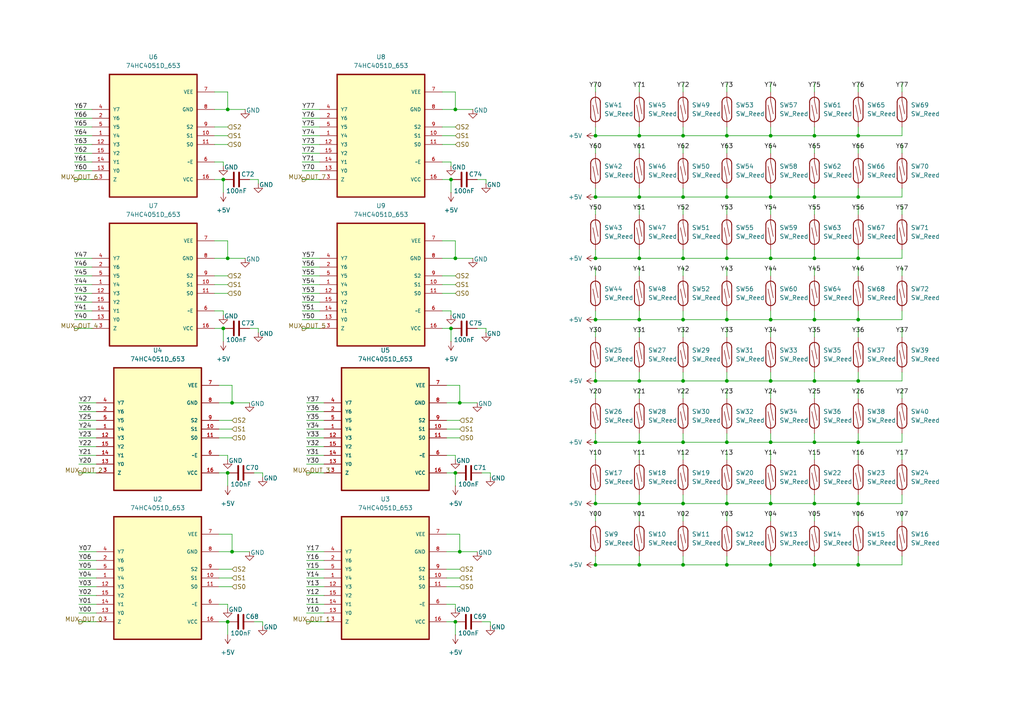
<source format=kicad_sch>
(kicad_sch (version 20250114) (generator "eeschema") (generator_version "9.0")
  (paper "A4")
  (junction (at 210.82 110.49))
  (junction (at 248.92 57.15))
  (junction (at 185.42 128.27))
  (junction (at 248.92 146.05))
  (junction (at 185.42 92.71))
  (junction (at 236.22 110.49))
  (junction (at 210.82 146.05))
  (junction (at 66.04 31.75))
  (junction (at 132.08 74.93))
  (junction (at 133.35 160.02))
  (junction (at 236.22 74.93))
  (junction (at 223.52 163.83))
  (junction (at 210.82 163.83))
  (junction (at 133.35 116.84))
  (junction (at 236.22 146.05))
  (junction (at 236.22 39.37))
  (junction (at 66.04 137.16))
  (junction (at 248.92 92.71))
  (junction (at 223.52 57.15))
  (junction (at 210.82 39.37))
  (junction (at 223.52 146.05))
  (junction (at 132.08 137.16))
  (junction (at 248.92 128.27))
  (junction (at 248.92 110.49))
  (junction (at 223.52 74.93))
  (junction (at 130.81 95.25))
  (junction (at 223.52 39.37))
  (junction (at 185.42 110.49))
  (junction (at 198.12 92.71))
  (junction (at 172.72 92.71))
  (junction (at 132.08 31.75))
  (junction (at 66.04 180.34))
  (junction (at 172.72 74.93))
  (junction (at 198.12 128.27))
  (junction (at 172.72 39.37))
  (junction (at 172.72 146.05))
  (junction (at 198.12 163.83))
  (junction (at 172.72 128.27))
  (junction (at 236.22 57.15))
  (junction (at 172.72 110.49))
  (junction (at 64.77 52.07))
  (junction (at 67.31 160.02))
  (junction (at 185.42 74.93))
  (junction (at 198.12 74.93))
  (junction (at 210.82 128.27))
  (junction (at 223.52 128.27))
  (junction (at 198.12 57.15))
  (junction (at 185.42 57.15))
  (junction (at 185.42 39.37))
  (junction (at 198.12 146.05))
  (junction (at 198.12 110.49))
  (junction (at 210.82 74.93))
  (junction (at 223.52 110.49))
  (junction (at 67.31 116.84))
  (junction (at 198.12 39.37))
  (junction (at 210.82 57.15))
  (junction (at 248.92 163.83))
  (junction (at 223.52 92.71))
  (junction (at 236.22 92.71))
  (junction (at 210.82 92.71))
  (junction (at 66.04 74.93))
  (junction (at 236.22 163.83))
  (junction (at 172.72 163.83))
  (junction (at 172.72 57.15))
  (junction (at 248.92 74.93))
  (junction (at 64.77 95.25))
  (junction (at 248.92 39.37))
  (junction (at 185.42 146.05))
  (junction (at 185.42 163.83))
  (junction (at 236.22 128.27))
  (junction (at 130.81 52.07))
  (junction (at 132.08 180.34))
  (wire (pts (xy 198.12 107.95) (xy 198.12 110.49)))
  (wire (pts (xy 172.72 146.05) (xy 185.42 146.05)))
  (wire (pts (xy 185.42 148.59) (xy 185.42 151.13)))
  (wire (pts (xy 88.9 170.18) (xy 93.98 170.18)))
  (wire (pts (xy 236.22 24.13) (xy 236.22 26.67)))
  (wire (pts (xy 223.52 57.15) (xy 236.22 57.15)))
  (wire (pts (xy 22.86 167.64) (xy 27.94 167.64)))
  (wire (pts (xy 67.31 154.94) (xy 67.31 160.02)))
  (wire (pts (xy 210.82 128.27) (xy 223.52 128.27)))
  (wire (pts (xy 198.12 36.83) (xy 198.12 39.37)))
  (wire (pts (xy 210.82 95.25) (xy 210.82 97.79)))
  (wire (pts (xy 261.62 77.47) (xy 261.62 80.01)))
  (wire (pts (xy 172.72 54.61) (xy 172.72 57.15)))
  (wire (pts (xy 236.22 161.29) (xy 236.22 163.83)))
  (wire (pts (xy 21.59 77.47) (xy 26.67 77.47)))
  (wire (pts (xy 128.27 31.75) (xy 132.08 31.75)))
  (wire (pts (xy 198.12 161.29) (xy 198.12 163.83)))
  (wire (pts (xy 133.35 154.94) (xy 133.35 160.02)))
  (wire (pts (xy 198.12 130.81) (xy 198.12 133.35)))
  (wire (pts (xy 223.52 163.83) (xy 236.22 163.83)))
  (wire (pts (xy 138.43 52.07) (xy 140.97 52.07)))
  (wire (pts (xy 248.92 130.81) (xy 248.92 133.35)))
  (wire (pts (xy 132.08 133.35) (xy 132.08 132.08)))
  (wire (pts (xy 236.22 41.91) (xy 236.22 44.45)))
  (wire (pts (xy 198.12 110.49) (xy 210.82 110.49)))
  (wire (pts (xy 236.22 143.51) (xy 236.22 146.05)))
  (wire (pts (xy 137.16 31.75) (xy 132.08 31.75)))
  (wire (pts (xy 261.62 110.49) (xy 261.62 107.95)))
  (wire (pts (xy 128.27 69.85) (xy 132.08 69.85)))
  (wire (pts (xy 139.7 137.16) (xy 142.24 137.16)))
  (wire (pts (xy 22.86 137.16) (xy 27.94 137.16)))
  (wire (pts (xy 172.72 110.49) (xy 185.42 110.49)))
  (wire (pts (xy 22.86 172.72) (xy 27.94 172.72)))
  (wire (pts (xy 88.9 180.34) (xy 93.98 180.34)))
  (wire (pts (xy 139.7 180.34) (xy 142.24 180.34)))
  (wire (pts (xy 236.22 77.47) (xy 236.22 80.01)))
  (wire (pts (xy 62.23 95.25) (xy 64.77 95.25)))
  (wire (pts (xy 129.54 154.94) (xy 133.35 154.94)))
  (wire (pts (xy 223.52 54.61) (xy 223.52 57.15)))
  (wire (pts (xy 21.59 49.53) (xy 26.67 49.53)))
  (wire (pts (xy 21.59 39.37) (xy 26.67 39.37)))
  (wire (pts (xy 21.59 52.07) (xy 26.67 52.07)))
  (wire (pts (xy 198.12 125.73) (xy 198.12 128.27)))
  (wire (pts (xy 73.66 180.34) (xy 76.2 180.34)))
  (wire (pts (xy 210.82 90.17) (xy 210.82 92.71)))
  (wire (pts (xy 172.72 161.29) (xy 172.72 163.83)))
  (wire (pts (xy 138.43 160.02) (xy 133.35 160.02)))
  (wire (pts (xy 248.92 92.71) (xy 261.62 92.71)))
  (wire (pts (xy 129.54 116.84) (xy 133.35 116.84)))
  (wire (pts (xy 223.52 107.95) (xy 223.52 110.49)))
  (wire (pts (xy 21.59 87.63) (xy 26.67 87.63)))
  (wire (pts (xy 198.12 92.71) (xy 210.82 92.71)))
  (wire (pts (xy 21.59 80.01) (xy 26.67 80.01)))
  (wire (pts (xy 210.82 113.03) (xy 210.82 115.57)))
  (wire (pts (xy 172.72 36.83) (xy 172.72 39.37)))
  (wire (pts (xy 248.92 57.15) (xy 261.62 57.15)))
  (wire (pts (xy 223.52 24.13) (xy 223.52 26.67)))
  (wire (pts (xy 130.81 90.17) (xy 128.27 90.17)))
  (wire (pts (xy 88.9 129.54) (xy 93.98 129.54)))
  (wire (pts (xy 64.77 46.99) (xy 62.23 46.99)))
  (wire (pts (xy 198.12 128.27) (xy 210.82 128.27)))
  (wire (pts (xy 185.42 130.81) (xy 185.42 133.35)))
  (wire (pts (xy 248.92 39.37) (xy 261.62 39.37)))
  (wire (pts (xy 223.52 41.91) (xy 223.52 44.45)))
  (wire (pts (xy 248.92 72.39) (xy 248.92 74.93)))
  (wire (pts (xy 22.86 170.18) (xy 27.94 170.18)))
  (wire (pts (xy 223.52 110.49) (xy 236.22 110.49)))
  (wire (pts (xy 172.72 59.69) (xy 172.72 62.23)))
  (wire (pts (xy 210.82 72.39) (xy 210.82 74.93)))
  (wire (pts (xy 248.92 128.27) (xy 261.62 128.27)))
  (wire (pts (xy 138.43 95.25) (xy 140.97 95.25)))
  (wire (pts (xy 210.82 57.15) (xy 223.52 57.15)))
  (wire (pts (xy 210.82 148.59) (xy 210.82 151.13)))
  (wire (pts (xy 21.59 82.55) (xy 26.67 82.55)))
  (wire (pts (xy 248.92 36.83) (xy 248.92 39.37)))
  (wire (pts (xy 88.9 137.16) (xy 93.98 137.16)))
  (wire (pts (xy 210.82 74.93) (xy 223.52 74.93)))
  (wire (pts (xy 22.86 121.92) (xy 27.94 121.92)))
  (wire (pts (xy 248.92 163.83) (xy 261.62 163.83)))
  (wire (pts (xy 87.63 80.01) (xy 92.71 80.01)))
  (wire (pts (xy 248.92 110.49) (xy 261.62 110.49)))
  (wire (pts (xy 248.92 143.51) (xy 248.92 146.05)))
  (wire (pts (xy 138.43 116.84) (xy 133.35 116.84)))
  (wire (pts (xy 140.97 95.25) (xy 140.97 96.52)))
  (wire (pts (xy 198.12 39.37) (xy 210.82 39.37)))
  (wire (pts (xy 261.62 59.69) (xy 261.62 62.23)))
  (wire (pts (xy 185.42 72.39) (xy 185.42 74.93)))
  (wire (pts (xy 137.16 74.93) (xy 132.08 74.93)))
  (wire (pts (xy 128.27 74.93) (xy 132.08 74.93)))
  (wire (pts (xy 66.04 176.53) (xy 66.04 175.26)))
  (wire (pts (xy 88.9 121.92) (xy 93.98 121.92)))
  (wire (pts (xy 210.82 77.47) (xy 210.82 80.01)))
  (wire (pts (xy 62.23 52.07) (xy 64.77 52.07)))
  (wire (pts (xy 130.81 91.44) (xy 130.81 90.17)))
  (wire (pts (xy 21.59 95.25) (xy 26.67 95.25)))
  (wire (pts (xy 66.04 133.35) (xy 66.04 132.08)))
  (wire (pts (xy 185.42 24.13) (xy 185.42 26.67)))
  (wire (pts (xy 172.72 39.37) (xy 185.42 39.37)))
  (wire (pts (xy 248.92 107.95) (xy 248.92 110.49)))
  (wire (pts (xy 21.59 36.83) (xy 26.67 36.83)))
  (wire (pts (xy 236.22 125.73) (xy 236.22 128.27)))
  (wire (pts (xy 185.42 125.73) (xy 185.42 128.27)))
  (wire (pts (xy 236.22 36.83) (xy 236.22 39.37)))
  (wire (pts (xy 185.42 41.91) (xy 185.42 44.45)))
  (wire (pts (xy 129.54 180.34) (xy 132.08 180.34)))
  (wire (pts (xy 129.54 160.02) (xy 133.35 160.02)))
  (wire (pts (xy 185.42 95.25) (xy 185.42 97.79)))
  (wire (pts (xy 210.82 36.83) (xy 210.82 39.37)))
  (wire (pts (xy 172.72 125.73) (xy 172.72 128.27)))
  (wire (pts (xy 87.63 77.47) (xy 92.71 77.47)))
  (wire (pts (xy 62.23 36.83) (xy 66.04 36.83)))
  (wire (pts (xy 248.92 41.91) (xy 248.92 44.45)))
  (wire (pts (xy 88.9 127) (xy 93.98 127)))
  (wire (pts (xy 132.08 137.16) (xy 132.08 140.97)))
  (wire (pts (xy 198.12 143.51) (xy 198.12 146.05)))
  (wire (pts (xy 71.12 31.75) (xy 66.04 31.75)))
  (wire (pts (xy 261.62 148.59) (xy 261.62 151.13)))
  (wire (pts (xy 261.62 113.03) (xy 261.62 115.57)))
  (wire (pts (xy 185.42 39.37) (xy 198.12 39.37)))
  (wire (pts (xy 129.54 167.64) (xy 133.35 167.64)))
  (wire (pts (xy 87.63 49.53) (xy 92.71 49.53)))
  (wire (pts (xy 172.72 77.47) (xy 172.72 80.01)))
  (wire (pts (xy 66.04 26.67) (xy 66.04 31.75)))
  (wire (pts (xy 185.42 59.69) (xy 185.42 62.23)))
  (wire (pts (xy 21.59 90.17) (xy 26.67 90.17)))
  (wire (pts (xy 223.52 143.51) (xy 223.52 146.05)))
  (wire (pts (xy 210.82 143.51) (xy 210.82 146.05)))
  (wire (pts (xy 22.86 162.56) (xy 27.94 162.56)))
  (wire (pts (xy 129.54 165.1) (xy 133.35 165.1)))
  (wire (pts (xy 223.52 130.81) (xy 223.52 133.35)))
  (wire (pts (xy 63.5 170.18) (xy 67.31 170.18)))
  (wire (pts (xy 63.5 121.92) (xy 67.31 121.92)))
  (wire (pts (xy 63.5 160.02) (xy 67.31 160.02)))
  (wire (pts (xy 67.31 111.76) (xy 67.31 116.84)))
  (wire (pts (xy 72.39 95.25) (xy 74.93 95.25)))
  (wire (pts (xy 198.12 59.69) (xy 198.12 62.23)))
  (wire (pts (xy 172.72 163.83) (xy 185.42 163.83)))
  (wire (pts (xy 223.52 113.03) (xy 223.52 115.57)))
  (wire (pts (xy 87.63 90.17) (xy 92.71 90.17)))
  (wire (pts (xy 223.52 77.47) (xy 223.52 80.01)))
  (wire (pts (xy 21.59 31.75) (xy 26.67 31.75)))
  (wire (pts (xy 130.81 52.07) (xy 130.81 55.88)))
  (wire (pts (xy 87.63 82.55) (xy 92.71 82.55)))
  (wire (pts (xy 64.77 91.44) (xy 64.77 90.17)))
  (wire (pts (xy 72.39 160.02) (xy 67.31 160.02)))
  (wire (pts (xy 87.63 39.37) (xy 92.71 39.37)))
  (wire (pts (xy 172.72 113.03) (xy 172.72 115.57)))
  (wire (pts (xy 88.9 167.64) (xy 93.98 167.64)))
  (wire (pts (xy 22.86 127) (xy 27.94 127)))
  (wire (pts (xy 21.59 46.99) (xy 26.67 46.99)))
  (wire (pts (xy 63.5 127) (xy 67.31 127)))
  (wire (pts (xy 185.42 161.29) (xy 185.42 163.83)))
  (wire (pts (xy 198.12 113.03) (xy 198.12 115.57)))
  (wire (pts (xy 210.82 161.29) (xy 210.82 163.83)))
  (wire (pts (xy 223.52 161.29) (xy 223.52 163.83)))
  (wire (pts (xy 185.42 54.61) (xy 185.42 57.15)))
  (wire (pts (xy 64.77 95.25) (xy 64.77 99.06)))
  (wire (pts (xy 132.08 175.26) (xy 129.54 175.26)))
  (wire (pts (xy 88.9 172.72) (xy 93.98 172.72)))
  (wire (pts (xy 261.62 24.13) (xy 261.62 26.67)))
  (wire (pts (xy 66.04 175.26) (xy 63.5 175.26)))
  (wire (pts (xy 198.12 57.15) (xy 210.82 57.15)))
  (wire (pts (xy 64.77 90.17) (xy 62.23 90.17)))
  (wire (pts (xy 66.04 69.85) (xy 66.04 74.93)))
  (wire (pts (xy 74.93 52.07) (xy 74.93 53.34)))
  (wire (pts (xy 198.12 41.91) (xy 198.12 44.45)))
  (wire (pts (xy 172.72 128.27) (xy 185.42 128.27)))
  (wire (pts (xy 223.52 92.71) (xy 236.22 92.71)))
  (wire (pts (xy 248.92 148.59) (xy 248.92 151.13)))
  (wire (pts (xy 87.63 46.99) (xy 92.71 46.99)))
  (wire (pts (xy 22.86 175.26) (xy 27.94 175.26)))
  (wire (pts (xy 185.42 107.95) (xy 185.42 110.49)))
  (wire (pts (xy 87.63 41.91) (xy 92.71 41.91)))
  (wire (pts (xy 129.54 121.92) (xy 133.35 121.92)))
  (wire (pts (xy 261.62 130.81) (xy 261.62 133.35)))
  (wire (pts (xy 223.52 146.05) (xy 236.22 146.05)))
  (wire (pts (xy 62.23 26.67) (xy 66.04 26.67)))
  (wire (pts (xy 128.27 41.91) (xy 132.08 41.91)))
  (wire (pts (xy 248.92 77.47) (xy 248.92 80.01)))
  (wire (pts (xy 236.22 148.59) (xy 236.22 151.13)))
  (wire (pts (xy 88.9 132.08) (xy 93.98 132.08)))
  (wire (pts (xy 87.63 95.25) (xy 92.71 95.25)))
  (wire (pts (xy 236.22 54.61) (xy 236.22 57.15)))
  (wire (pts (xy 198.12 90.17) (xy 198.12 92.71)))
  (wire (pts (xy 261.62 57.15) (xy 261.62 54.61)))
  (wire (pts (xy 236.22 72.39) (xy 236.22 74.93)))
  (wire (pts (xy 64.77 52.07) (xy 64.77 55.88)))
  (wire (pts (xy 128.27 85.09) (xy 132.08 85.09)))
  (wire (pts (xy 128.27 82.55) (xy 132.08 82.55)))
  (wire (pts (xy 88.9 160.02) (xy 93.98 160.02)))
  (wire (pts (xy 66.04 132.08) (xy 63.5 132.08)))
  (wire (pts (xy 88.9 162.56) (xy 93.98 162.56)))
  (wire (pts (xy 261.62 128.27) (xy 261.62 125.73)))
  (wire (pts (xy 88.9 165.1) (xy 93.98 165.1)))
  (wire (pts (xy 130.81 95.25) (xy 130.81 99.06)))
  (wire (pts (xy 172.72 92.71) (xy 185.42 92.71)))
  (wire (pts (xy 72.39 116.84) (xy 67.31 116.84)))
  (wire (pts (xy 248.92 54.61) (xy 248.92 57.15)))
  (wire (pts (xy 87.63 74.93) (xy 92.71 74.93)))
  (wire (pts (xy 87.63 31.75) (xy 92.71 31.75)))
  (wire (pts (xy 185.42 163.83) (xy 198.12 163.83)))
  (wire (pts (xy 172.72 57.15) (xy 185.42 57.15)))
  (wire (pts (xy 132.08 180.34) (xy 132.08 184.15)))
  (wire (pts (xy 129.54 111.76) (xy 133.35 111.76)))
  (wire (pts (xy 22.86 160.02) (xy 27.94 160.02)))
  (wire (pts (xy 198.12 77.47) (xy 198.12 80.01)))
  (wire (pts (xy 210.82 110.49) (xy 223.52 110.49)))
  (wire (pts (xy 172.72 130.81) (xy 172.72 133.35)))
  (wire (pts (xy 172.72 72.39) (xy 172.72 74.93)))
  (wire (pts (xy 88.9 124.46) (xy 93.98 124.46)))
  (wire (pts (xy 236.22 90.17) (xy 236.22 92.71)))
  (wire (pts (xy 172.72 74.93) (xy 185.42 74.93)))
  (wire (pts (xy 210.82 125.73) (xy 210.82 128.27)))
  (wire (pts (xy 261.62 74.93) (xy 261.62 72.39)))
  (wire (pts (xy 261.62 41.91) (xy 261.62 44.45)))
  (wire (pts (xy 185.42 146.05) (xy 198.12 146.05)))
  (wire (pts (xy 248.92 125.73) (xy 248.92 128.27)))
  (wire (pts (xy 88.9 134.62) (xy 93.98 134.62)))
  (wire (pts (xy 88.9 177.8) (xy 93.98 177.8)))
  (wire (pts (xy 236.22 128.27) (xy 248.92 128.27)))
  (wire (pts (xy 63.5 167.64) (xy 67.31 167.64)))
  (wire (pts (xy 63.5 154.94) (xy 67.31 154.94)))
  (wire (pts (xy 62.23 69.85) (xy 66.04 69.85)))
  (wire (pts (xy 63.5 116.84) (xy 67.31 116.84)))
  (wire (pts (xy 63.5 137.16) (xy 66.04 137.16)))
  (wire (pts (xy 223.52 74.93) (xy 236.22 74.93)))
  (wire (pts (xy 74.93 95.25) (xy 74.93 96.52)))
  (wire (pts (xy 198.12 163.83) (xy 210.82 163.83)))
  (wire (pts (xy 88.9 116.84) (xy 93.98 116.84)))
  (wire (pts (xy 132.08 69.85) (xy 132.08 74.93)))
  (wire (pts (xy 128.27 36.83) (xy 132.08 36.83)))
  (wire (pts (xy 129.54 137.16) (xy 132.08 137.16)))
  (wire (pts (xy 129.54 124.46) (xy 133.35 124.46)))
  (wire (pts (xy 72.39 52.07) (xy 74.93 52.07)))
  (wire (pts (xy 236.22 130.81) (xy 236.22 133.35)))
  (wire (pts (xy 236.22 39.37) (xy 248.92 39.37)))
  (wire (pts (xy 248.92 90.17) (xy 248.92 92.71)))
  (wire (pts (xy 87.63 52.07) (xy 92.71 52.07)))
  (wire (pts (xy 210.82 54.61) (xy 210.82 57.15)))
  (wire (pts (xy 22.86 129.54) (xy 27.94 129.54)))
  (wire (pts (xy 210.82 130.81) (xy 210.82 133.35)))
  (wire (pts (xy 21.59 44.45) (xy 26.67 44.45)))
  (wire (pts (xy 261.62 163.83) (xy 261.62 161.29)))
  (wire (pts (xy 223.52 72.39) (xy 223.52 74.93)))
  (wire (pts (xy 172.72 41.91) (xy 172.72 44.45)))
  (wire (pts (xy 185.42 74.93) (xy 198.12 74.93)))
  (wire (pts (xy 66.04 137.16) (xy 66.04 140.97)))
  (wire (pts (xy 185.42 92.71) (xy 198.12 92.71)))
  (wire (pts (xy 87.63 34.29) (xy 92.71 34.29)))
  (wire (pts (xy 21.59 92.71) (xy 26.67 92.71)))
  (wire (pts (xy 128.27 95.25) (xy 130.81 95.25)))
  (wire (pts (xy 172.72 24.13) (xy 172.72 26.67)))
  (wire (pts (xy 76.2 180.34) (xy 76.2 181.61)))
  (wire (pts (xy 87.63 44.45) (xy 92.71 44.45)))
  (wire (pts (xy 261.62 95.25) (xy 261.62 97.79)))
  (wire (pts (xy 223.52 128.27) (xy 236.22 128.27)))
  (wire (pts (xy 22.86 180.34) (xy 27.94 180.34)))
  (wire (pts (xy 142.24 180.34) (xy 142.24 181.61)))
  (wire (pts (xy 185.42 57.15) (xy 198.12 57.15)))
  (wire (pts (xy 132.08 26.67) (xy 132.08 31.75)))
  (wire (pts (xy 210.82 107.95) (xy 210.82 110.49)))
  (wire (pts (xy 22.86 165.1) (xy 27.94 165.1)))
  (wire (pts (xy 129.54 170.18) (xy 133.35 170.18)))
  (wire (pts (xy 133.35 111.76) (xy 133.35 116.84)))
  (wire (pts (xy 236.22 107.95) (xy 236.22 110.49)))
  (wire (pts (xy 210.82 146.05) (xy 223.52 146.05)))
  (wire (pts (xy 63.5 180.34) (xy 66.04 180.34)))
  (wire (pts (xy 62.23 39.37) (xy 66.04 39.37)))
  (wire (pts (xy 223.52 125.73) (xy 223.52 128.27)))
  (wire (pts (xy 22.86 124.46) (xy 27.94 124.46)))
  (wire (pts (xy 22.86 116.84) (xy 27.94 116.84)))
  (wire (pts (xy 198.12 72.39) (xy 198.12 74.93)))
  (wire (pts (xy 128.27 26.67) (xy 132.08 26.67)))
  (wire (pts (xy 236.22 59.69) (xy 236.22 62.23)))
  (wire (pts (xy 223.52 59.69) (xy 223.52 62.23)))
  (wire (pts (xy 236.22 92.71) (xy 248.92 92.71)))
  (wire (pts (xy 87.63 87.63) (xy 92.71 87.63)))
  (wire (pts (xy 236.22 57.15) (xy 248.92 57.15)))
  (wire (pts (xy 223.52 148.59) (xy 223.52 151.13)))
  (wire (pts (xy 198.12 148.59) (xy 198.12 151.13)))
  (wire (pts (xy 22.86 119.38) (xy 27.94 119.38)))
  (wire (pts (xy 198.12 74.93) (xy 210.82 74.93)))
  (wire (pts (xy 236.22 113.03) (xy 236.22 115.57)))
  (wire (pts (xy 64.77 48.26) (xy 64.77 46.99)))
  (wire (pts (xy 132.08 176.53) (xy 132.08 175.26)))
  (wire (pts (xy 172.72 95.25) (xy 172.72 97.79)))
  (wire (pts (xy 21.59 41.91) (xy 26.67 41.91)))
  (wire (pts (xy 185.42 90.17) (xy 185.42 92.71)))
  (wire (pts (xy 248.92 95.25) (xy 248.92 97.79)))
  (wire (pts (xy 129.54 127) (xy 133.35 127)))
  (wire (pts (xy 62.23 41.91) (xy 66.04 41.91)))
  (wire (pts (xy 88.9 119.38) (xy 93.98 119.38)))
  (wire (pts (xy 142.24 137.16) (xy 142.24 138.43)))
  (wire (pts (xy 71.12 74.93) (xy 66.04 74.93)))
  (wire (pts (xy 261.62 146.05) (xy 261.62 143.51)))
  (wire (pts (xy 185.42 143.51) (xy 185.42 146.05)))
  (wire (pts (xy 172.72 90.17) (xy 172.72 92.71)))
  (wire (pts (xy 210.82 92.71) (xy 223.52 92.71)))
  (wire (pts (xy 22.86 177.8) (xy 27.94 177.8)))
  (wire (pts (xy 172.72 148.59) (xy 172.72 151.13)))
  (wire (pts (xy 261.62 92.71) (xy 261.62 90.17)))
  (wire (pts (xy 236.22 74.93) (xy 248.92 74.93)))
  (wire (pts (xy 87.63 36.83) (xy 92.71 36.83)))
  (wire (pts (xy 185.42 113.03) (xy 185.42 115.57)))
  (wire (pts (xy 128.27 39.37) (xy 132.08 39.37)))
  (wire (pts (xy 210.82 41.91) (xy 210.82 44.45)))
  (wire (pts (xy 185.42 128.27) (xy 198.12 128.27)))
  (wire (pts (xy 132.08 132.08) (xy 129.54 132.08)))
  (wire (pts (xy 248.92 24.13) (xy 248.92 26.67)))
  (wire (pts (xy 21.59 74.93) (xy 26.67 74.93)))
  (wire (pts (xy 185.42 110.49) (xy 198.12 110.49)))
  (wire (pts (xy 210.82 24.13) (xy 210.82 26.67)))
  (wire (pts (xy 236.22 146.05) (xy 248.92 146.05)))
  (wire (pts (xy 21.59 85.09) (xy 26.67 85.09)))
  (wire (pts (xy 130.81 46.99) (xy 128.27 46.99)))
  (wire (pts (xy 128.27 80.01) (xy 132.08 80.01)))
  (wire (pts (xy 248.92 113.03) (xy 248.92 115.57)))
  (wire (pts (xy 236.22 95.25) (xy 236.22 97.79)))
  (wire (pts (xy 87.63 92.71) (xy 92.71 92.71)))
  (wire (pts (xy 198.12 54.61) (xy 198.12 57.15)))
  (wire (pts (xy 62.23 85.09) (xy 66.04 85.09)))
  (wire (pts (xy 210.82 59.69) (xy 210.82 62.23)))
  (wire (pts (xy 236.22 163.83) (xy 248.92 163.83)))
  (wire (pts (xy 248.92 161.29) (xy 248.92 163.83)))
  (wire (pts (xy 185.42 36.83) (xy 185.42 39.37)))
  (wire (pts (xy 223.52 90.17) (xy 223.52 92.71)))
  (wire (pts (xy 172.72 143.51) (xy 172.72 146.05)))
  (wire (pts (xy 22.86 134.62) (xy 27.94 134.62)))
  (wire (pts (xy 22.86 132.08) (xy 27.94 132.08)))
  (wire (pts (xy 210.82 163.83) (xy 223.52 163.83)))
  (wire (pts (xy 63.5 124.46) (xy 67.31 124.46)))
  (wire (pts (xy 223.52 39.37) (xy 236.22 39.37)))
  (wire (pts (xy 210.82 39.37) (xy 223.52 39.37)))
  (wire (pts (xy 248.92 74.93) (xy 261.62 74.93)))
  (wire (pts (xy 87.63 85.09) (xy 92.71 85.09)))
  (wire (pts (xy 223.52 36.83) (xy 223.52 39.37)))
  (wire (pts (xy 88.9 175.26) (xy 93.98 175.26)))
  (wire (pts (xy 130.81 48.26) (xy 130.81 46.99)))
  (wire (pts (xy 66.04 180.34) (xy 66.04 184.15)))
  (wire (pts (xy 62.23 82.55) (xy 66.04 82.55)))
  (wire (pts (xy 198.12 95.25) (xy 198.12 97.79)))
  (wire (pts (xy 172.72 107.95) (xy 172.72 110.49)))
  (wire (pts (xy 198.12 24.13) (xy 198.12 26.67)))
  (wire (pts (xy 223.52 95.25) (xy 223.52 97.79)))
  (wire (pts (xy 236.22 110.49) (xy 248.92 110.49)))
  (wire (pts (xy 76.2 137.16) (xy 76.2 138.43)))
  (wire (pts (xy 62.23 80.01) (xy 66.04 80.01)))
  (wire (pts (xy 185.42 77.47) (xy 185.42 80.01)))
  (wire (pts (xy 261.62 39.37) (xy 261.62 36.83)))
  (wire (pts (xy 248.92 59.69) (xy 248.92 62.23)))
  (wire (pts (xy 62.23 74.93) (xy 66.04 74.93)))
  (wire (pts (xy 21.59 34.29) (xy 26.67 34.29)))
  (wire (pts (xy 248.92 146.05) (xy 261.62 146.05)))
  (wire (pts (xy 62.23 31.75) (xy 66.04 31.75)))
  (wire (pts (xy 63.5 165.1) (xy 67.31 165.1)))
  (wire (pts (xy 128.27 52.07) (xy 130.81 52.07)))
  (wire (pts (xy 73.66 137.16) (xy 76.2 137.16)))
  (wire (pts (xy 140.97 52.07) (xy 140.97 53.34)))
  (wire (pts (xy 63.5 111.76) (xy 67.31 111.76)))
  (wire (pts (xy 198.12 146.05) (xy 210.82 146.05)))
  (label "Y41" (at 21.59 90.17 0))
  (label "Y05" (at 236.22 148.59 0))
  (label "Y50" (at 87.63 92.71 0))
  (label "Y45" (at 236.22 77.47 0))
  (label "Y42" (at 21.59 87.63 0))
  (label "Y23" (at 210.82 113.03 0))
  (label "Y51" (at 87.63 90.17 0))
  (label "Y57" (at 261.62 59.69 0))
  (label "Y66" (at 21.59 34.29 0))
  (label "Y22" (at 22.86 129.54 0))
  (label "Y06" (at 248.92 148.59 0))
  (label "Y34" (at 88.9 124.46 0))
  (label "Y30" (at 88.9 134.62 0))
  (label "Y62" (at 21.59 44.45 0))
  (label "Y71" (at 185.42 24.13 0))
  (label "Y63" (at 210.82 41.91 0))
  (label "Y65" (at 236.22 41.91 0))
  (label "Y74" (at 87.63 39.37 0))
  (label "Y27" (at 261.62 113.03 0))
  (label "Y06" (at 22.86 162.56 0))
  (label "Y70" (at 172.72 24.13 0))
  (label "Y15" (at 88.9 165.1 0))
  (label "Y52" (at 87.63 87.63 0))
  (label "Y76" (at 248.92 24.13 0))
  (label "Y56" (at 87.63 77.47 0))
  (label "Y31" (at 88.9 132.08 0))
  (label "Y47" (at 261.62 77.47 0))
  (label "Y60" (at 172.72 41.91 0))
  (label "Y66" (at 248.92 41.91 0))
  (label "Y75" (at 236.22 24.13 0))
  (label "Y50" (at 172.72 59.69 0))
  (label "Y26" (at 22.86 119.38 0))
  (label "Y12" (at 198.12 130.81 0))
  (label "Y33" (at 88.9 127 0))
  (label "Y37" (at 88.9 116.84 0))
  (label "Y03" (at 210.82 148.59 0))
  (label "Y10" (at 172.72 130.81 0))
  (label "Y26" (at 248.92 113.03 0))
  (label "Y65" (at 21.59 36.83 0))
  (label "Y75" (at 87.63 36.83 0))
  (label "Y31" (at 185.42 95.25 0))
  (label "Y46" (at 248.92 77.47 0))
  (label "Y32" (at 88.9 129.54 0))
  (label "Y22" (at 198.12 113.03 0))
  (label "Y16" (at 88.9 162.56 0))
  (label "Y54" (at 223.52 59.69 0))
  (label "Y64" (at 21.59 39.37 0))
  (label "Y40" (at 21.59 92.71 0))
  (label "Y24" (at 223.52 113.03 0))
  (label "Y11" (at 185.42 130.81 0))
  (label "Y16" (at 248.92 130.81 0))
  (label "Y32" (at 198.12 95.25 0))
  (label "Y71" (at 87.63 46.99 0))
  (label "Y17" (at 88.9 160.02 0))
  (label "Y04" (at 22.86 167.64 0))
  (label "Y72" (at 87.63 44.45 0))
  (label "Y13" (at 210.82 130.81 0))
  (label "Y77" (at 261.62 24.13 0))
  (label "Y41" (at 185.42 77.47 0))
  (label "Y00" (at 172.72 148.59 0))
  (label "Y45" (at 21.59 80.01 0))
  (label "Y72" (at 198.12 24.13 0))
  (label "Y01" (at 185.42 148.59 0))
  (label "Y62" (at 198.12 41.91 0))
  (label "Y24" (at 22.86 124.46 0))
  (label "Y01" (at 22.86 175.26 0))
  (label "Y67" (at 261.62 41.91 0))
  (label "Y35" (at 236.22 95.25 0))
  (label "Y34" (at 223.52 95.25 0))
  (label "Y70" (at 87.63 49.53 0))
  (label "Y42" (at 198.12 77.47 0))
  (label "Y12" (at 88.9 172.72 0))
  (label "Y20" (at 22.86 134.62 0))
  (label "Y02" (at 198.12 148.59 0))
  (label "Y13" (at 88.9 170.18 0))
  (label "Y25" (at 22.86 121.92 0))
  (label "Y74" (at 223.52 24.13 0))
  (label "Y43" (at 210.82 77.47 0))
  (label "Y21" (at 22.86 132.08 0))
  (label "Y55" (at 87.63 80.01 0))
  (label "Y53" (at 210.82 59.69 0))
  (label "Y61" (at 21.59 46.99 0))
  (label "Y37" (at 261.62 95.25 0))
  (label "Y76" (at 87.63 34.29 0))
  (label "Y03" (at 22.86 170.18 0))
  (label "Y14" (at 88.9 167.64 0))
  (label "Y33" (at 210.82 95.25 0))
  (label "Y30" (at 172.72 95.25 0))
  (label "Y43" (at 21.59 85.09 0))
  (label "Y52" (at 198.12 59.69 0))
  (label "Y35" (at 88.9 121.92 0))
  (label "Y07" (at 22.86 160.02 0))
  (label "Y57" (at 87.63 74.93 0))
  (label "Y77" (at 87.63 31.75 0))
  (label "Y44" (at 223.52 77.47 0))
  (label "Y17" (at 261.62 130.81 0))
  (label "Y23" (at 22.86 127 0))
  (label "Y25" (at 236.22 113.03 0))
  (label "Y67" (at 21.59 31.75 0))
  (label "Y07" (at 261.62 148.59 0))
  (label "Y63" (at 21.59 41.91 0))
  (label "Y27" (at 22.86 116.84 0))
  (label "Y64" (at 223.52 41.91 0))
  (label "Y00" (at 22.86 177.8 0))
  (label "Y46" (at 21.59 77.47 0))
  (label "Y56" (at 248.92 59.69 0))
  (label "Y05" (at 22.86 165.1 0))
  (label "Y60" (at 21.59 49.53 0))
  (label "Y36" (at 248.92 95.25 0))
  (label "Y61" (at 185.42 41.91 0))
  (label "Y02" (at 22.86 172.72 0))
  (label "Y53" (at 87.63 85.09 0))
  (label "Y73" (at 210.82 24.13 0))
  (label "Y36" (at 88.9 119.38 0))
  (label "Y04" (at 223.52 148.59 0))
  (label "Y54" (at 87.63 82.55 0))
  (label "Y55" (at 236.22 59.69 0))
  (label "Y20" (at 172.72 113.03 0))
  (label "Y73" (at 87.63 41.91 0))
  (label "Y51" (at 185.42 59.69 0))
  (label "Y15" (at 236.22 130.81 0))
  (label "Y11" (at 88.9 175.26 0))
  (label "Y40" (at 172.72 77.47 0))
  (label "Y21" (at 185.42 113.03 0))
  (label "Y14" (at 223.52 130.81 0))
  (label "Y10" (at 88.9 177.8 0))
  (label "Y47" (at 21.59 74.93 0))
  (label "Y44" (at 21.59 82.55 0))
  (hierarchical_label "MUX_OUT_3" (shape output) (at 88.9 137.16 0))
  (hierarchical_label "S1" (shape input) (at 67.31 124.46 0))
  (hierarchical_label "S0" (shape input) (at 66.04 85.09 0))
  (hierarchical_label "MUX_OUT_1" (shape output) (at 88.9 180.34 0))
  (hierarchical_label "S2" (shape input) (at 133.35 165.1 0))
  (hierarchical_label "MUX_OUT_0" (shape output) (at 22.86 180.34 0))
  (hierarchical_label "S1" (shape input) (at 66.04 82.55 0))
  (hierarchical_label "S0" (shape input) (at 67.31 127 0))
  (hierarchical_label "MUX_OUT_2" (shape output) (at 22.86 137.16 0))
  (hierarchical_label "S1" (shape input) (at 132.08 82.55 0))
  (hierarchical_label "S2" (shape input) (at 132.08 80.01 0))
  (hierarchical_label "S1" (shape input) (at 67.31 167.64 0))
  (hierarchical_label "S0" (shape input) (at 66.04 41.91 0))
  (hierarchical_label "S1" (shape input) (at 132.08 39.37 0))
  (hierarchical_label "S1" (shape input) (at 133.35 167.64 0))
  (hierarchical_label "S2" (shape input) (at 67.31 121.92 0))
  (hierarchical_label "S2" (shape input) (at 132.08 36.83 0))
  (hierarchical_label "S0" (shape input) (at 133.35 170.18 0))
  (hierarchical_label "S0" (shape input) (at 133.35 127 0))
  (hierarchical_label "S0" (shape input) (at 132.08 41.91 0))
  (hierarchical_label "S2" (shape input) (at 133.35 121.92 0))
  (hierarchical_label "S0" (shape input) (at 67.31 170.18 0))
  (hierarchical_label "S1" (shape input) (at 133.35 124.46 0))
  (hierarchical_label "S1" (shape input) (at 66.04 39.37 0))
  (hierarchical_label "MUX_OUT_5" (shape output) (at 87.63 95.25 0))
  (hierarchical_label "MUX_OUT_4" (shape output) (at 21.59 95.25 0))
  (hierarchical_label "S2" (shape input) (at 66.04 36.83 0))
  (hierarchical_label "S0" (shape input) (at 132.08 85.09 0))
  (hierarchical_label "MUX_OUT_7" (shape output) (at 87.63 52.07 0))
  (hierarchical_label "S2" (shape input) (at 66.04 80.01 0))
  (hierarchical_label "S2" (shape input) (at 67.31 165.1 0))
  (hierarchical_label "MUX_OUT_6" (shape output) (at 21.59 52.07 0))
  (symbol (lib_id "Switch:SW_Reed") (at 248.92 49.53 270) (unit 1)
    (property "Reference" "SW66" (at 251.46 48.2599 90) (effects (justify left)))
    (property "Value" "SW_Reed" (at 251.46 50.7999 90) (effects (justify left)))
    (property "Footprint" "Reed_switch:ReedSwitch_2x14mm" (effects (hide yes)))
    (property "Description" "reed switch" (effects (hide yes)))
  )
  (symbol (lib_id "Switch:SW_Reed") (at 223.52 67.31 270) (unit 1)
    (property "Reference" "SW59" (at 226.06 66.0399 90) (effects (justify left)))
    (property "Value" "SW_Reed" (at 226.06 68.5799 90) (effects (justify left)))
    (property "Footprint" "Reed_switch:ReedSwitch_2x14mm" (effects (hide yes)))
    (property "Description" "reed switch" (effects (hide yes)))
  )
  (symbol (lib_id "power:GND") (at 137.16 74.93 0) (unit 1)
    (property "Reference" "#PWR0231" (effects (hide yes)))
    (property "Value" "GND" (at 139.446 75.184 0))
    (property "Description" "Power symbol creates a global label with name \"GND\" , ground" (effects (hide yes)))
  )
  (symbol (lib_id "Device:C") (at 134.62 95.25 90) (unit 1)
    (property "Reference" "C75" (at 137.922 93.726 90))
    (property "Value" "100nF" (at 134.62 98.552 90))
    (property "Footprint" "Capacitor_SMD:C_0805_2012Metric_Pad1.18x1.45mm_HandSolder" (effects (hide yes)))
    (property "Description" "Unpolarized capacitor" (effects (hide yes)))
  )
  (symbol (lib_id "74HC4051D_653:74HC4051D_653") (at 111.76 170.18 180) (unit 1)
    (property "Reference" "U3" (at 111.76 144.78 0))
    (property "Value" "74HC4051D_653" (at 111.76 147.32 0))
    (property "Footprint" "74HC4051D_653:SOIC127P600X175-16N" (effects (hide yes)))
    (property "MF" "Nexperia USA" (effects (hide yes)))
    (property "Description_1" "1 Circuit IC Switch 8:1 120Ohm 16-SO" (effects (hide yes)))
    (property "PACKAGE" "SOIC-16" (effects (hide yes)))
    (property "MPN" "74HC4051D,653" (effects (hide yes)))
    (property "Price" "None" (effects (hide yes)))
    (property "Package" "SO-16 Nexperia USA Inc." (effects (hide yes)))
    (property "OC_FARNELL" "1826842" (effects (hide yes)))
    (property "SnapEDA_Link" "https://www.snapeda.com/parts/74HC4051D,653/Nexperia/view-part/?ref=snap" (effects (hide yes)))
    (property "MP" "74HC4051D,653" (effects (hide yes)))
    (property "SUPPLIER" "NXP Semiconductors" (effects (hide yes)))
    (property "OC_NEWARK" "78R6259" (effects (hide yes)))
    (property "Availability" "In Stock" (effects (hide yes)))
    (property "Check_prices" "https://www.snapeda.com/parts/74HC4051D,653/Nexperia/view-part/?ref=eda" (effects (hide yes)))
  )
  (symbol (lib_id "Switch:SW_Reed") (at 236.22 31.75 270) (unit 1)
    (property "Reference" "SW61" (at 238.76 30.4799 90) (effects (justify left)))
    (property "Value" "SW_Reed" (at 238.76 33.0199 90) (effects (justify left)))
    (property "Footprint" "Reed_switch:ReedSwitch_2x14mm" (effects (hide yes)))
    (property "Description" "reed switch" (effects (hide yes)))
  )
  (symbol (lib_id "power:GND") (at 138.43 160.02 0) (unit 1)
    (property "Reference" "#PWR0208" (effects (hide yes)))
    (property "Value" "GND" (at 140.716 160.274 0))
    (property "Description" "Power symbol creates a global label with name \"GND\" , ground" (effects (hide yes)))
  )
  (symbol (lib_id "Switch:SW_Reed") (at 261.62 102.87 270) (unit 1)
    (property "Reference" "SW39" (at 264.16 101.5999 90) (effects (justify left)))
    (property "Value" "SW_Reed" (at 264.16 104.1399 90) (effects (justify left)))
    (property "Footprint" "Reed_switch:ReedSwitch_2x14mm" (effects (hide yes)))
    (property "Description" "reed switch" (effects (hide yes)))
  )
  (symbol (lib_id "74HC4051D_653:74HC4051D_653") (at 44.45 85.09 180) (unit 1)
    (property "Reference" "U7" (at 44.45 59.69 0))
    (property "Value" "74HC4051D_653" (at 44.45 62.23 0))
    (property "Footprint" "74HC4051D_653:SOIC127P600X175-16N" (effects (hide yes)))
    (property "MF" "Nexperia USA" (effects (hide yes)))
    (property "Description_1" "1 Circuit IC Switch 8:1 120Ohm 16-SO" (effects (hide yes)))
    (property "PACKAGE" "SOIC-16" (effects (hide yes)))
    (property "MPN" "74HC4051D,653" (effects (hide yes)))
    (property "Price" "None" (effects (hide yes)))
    (property "Package" "SO-16 Nexperia USA Inc." (effects (hide yes)))
    (property "OC_FARNELL" "1826842" (effects (hide yes)))
    (property "SnapEDA_Link" "https://www.snapeda.com/parts/74HC4051D,653/Nexperia/view-part/?ref=snap" (effects (hide yes)))
    (property "MP" "74HC4051D,653" (effects (hide yes)))
    (property "SUPPLIER" "NXP Semiconductors" (effects (hide yes)))
    (property "OC_NEWARK" "78R6259" (effects (hide yes)))
    (property "Availability" "In Stock" (effects (hide yes)))
    (property "Check_prices" "https://www.snapeda.com/parts/74HC4051D,653/Nexperia/view-part/?ref=eda" (effects (hide yes)))
  )
  (symbol (lib_id "Switch:SW_Reed") (at 248.92 138.43 270) (unit 1)
    (property "Reference" "SW23" (at 251.46 137.1599 90) (effects (justify left)))
    (property "Value" "SW_Reed" (at 251.46 139.6999 90) (effects (justify left)))
    (property "Footprint" "Reed_switch:ReedSwitch_2x14mm" (effects (hide yes)))
    (property "Description" "reed switch" (effects (hide yes)))
  )
  (symbol (lib_id "power:GND") (at 142.24 138.43 0) (unit 1)
    (property "Reference" "#PWR0217" (effects (hide yes)))
    (property "Value" "GND" (at 144.526 138.684 0))
    (property "Description" "Power symbol creates a global label with name \"GND\" , ground" (effects (hide yes)))
  )
  (symbol (lib_id "Switch:SW_Reed") (at 185.42 120.65 270) (unit 1)
    (property "Reference" "SW28" (at 187.96 119.3799 90) (effects (justify left)))
    (property "Value" "SW_Reed" (at 187.96 121.9199 90) (effects (justify left)))
    (property "Footprint" "Reed_switch:ReedSwitch_2x14mm" (effects (hide yes)))
    (property "Description" "reed switch" (effects (hide yes)))
  )
  (symbol (lib_id "Switch:SW_Reed") (at 172.72 156.21 270) (unit 1)
    (property "Reference" "SW9" (at 175.26 154.9399 90) (effects (justify left)))
    (property "Value" "SW_Reed" (at 175.26 157.4799 90) (effects (justify left)))
    (property "Footprint" "Reed_switch:ReedSwitch_2x14mm" (effects (hide yes)))
    (property "Description" "reed switch" (effects (hide yes)))
  )
  (symbol (lib_id "power:GND") (at 66.04 133.35 0) (unit 1)
    (property "Reference" "#PWR0210" (effects (hide yes)))
    (property "Value" "GND" (at 68.326 133.604 0))
    (property "Description" "Power symbol creates a global label with name \"GND\" , ground" (effects (hide yes)))
  )
  (symbol (lib_id "Switch:SW_Reed") (at 236.22 156.21 270) (unit 1)
    (property "Reference" "SW14" (at 238.76 154.9399 90) (effects (justify left)))
    (property "Value" "SW_Reed" (at 238.76 157.4799 90) (effects (justify left)))
    (property "Footprint" "Reed_switch:ReedSwitch_2x14mm" (effects (hide yes)))
    (property "Description" "reed switch" (effects (hide yes)))
  )
  (symbol (lib_id "Device:C") (at 68.58 95.25 90) (unit 1)
    (property "Reference" "C73" (at 71.882 93.726 90))
    (property "Value" "100nF" (at 68.58 98.552 90))
    (property "Footprint" "Capacitor_SMD:C_0805_2012Metric_Pad1.18x1.45mm_HandSolder" (effects (hide yes)))
    (property "Description" "Unpolarized capacitor" (effects (hide yes)))
  )
  (symbol (lib_id "Switch:SW_Reed") (at 198.12 120.65 270) (unit 1)
    (property "Reference" "SW30" (at 200.66 119.3799 90) (effects (justify left)))
    (property "Value" "SW_Reed" (at 200.66 121.9199 90) (effects (justify left)))
    (property "Footprint" "Reed_switch:ReedSwitch_2x14mm" (effects (hide yes)))
    (property "Description" "reed switch" (effects (hide yes)))
  )
  (symbol (lib_id "Switch:SW_Reed") (at 185.42 102.87 270) (unit 1)
    (property "Reference" "SW27" (at 187.96 101.5999 90) (effects (justify left)))
    (property "Value" "SW_Reed" (at 187.96 104.1399 90) (effects (justify left)))
    (property "Footprint" "Reed_switch:ReedSwitch_2x14mm" (effects (hide yes)))
    (property "Description" "reed switch" (effects (hide yes)))
  )
  (symbol (lib_id "Switch:SW_Reed") (at 185.42 138.43 270) (unit 1)
    (property "Reference" "SW18" (at 187.96 137.1599 90) (effects (justify left)))
    (property "Value" "SW_Reed" (at 187.96 139.6999 90) (effects (justify left)))
    (property "Footprint" "Reed_switch:ReedSwitch_2x14mm" (effects (hide yes)))
    (property "Description" "reed switch" (effects (hide yes)))
  )
  (symbol (lib_id "power:+5V") (at 66.04 184.15 180) (unit 1)
    (property "Reference" "#PWR0203" (effects (hide yes)))
    (property "Value" "+5V" (at 66.04 189.23 0))
    (property "Description" "Power symbol creates a global label with name \"+5V\"" (effects (hide yes)))
  )
  (symbol (lib_id "Switch:SW_Reed") (at 248.92 120.65 270) (unit 1)
    (property "Reference" "SW38" (at 251.46 119.3799 90) (effects (justify left)))
    (property "Value" "SW_Reed" (at 251.46 121.9199 90) (effects (justify left)))
    (property "Footprint" "Reed_switch:ReedSwitch_2x14mm" (effects (hide yes)))
    (property "Description" "reed switch" (effects (hide yes)))
  )
  (symbol (lib_id "Switch:SW_Reed") (at 223.52 85.09 270) (unit 1)
    (property "Reference" "SW60" (at 226.06 83.8199 90) (effects (justify left)))
    (property "Value" "SW_Reed" (at 226.06 86.3599 90) (effects (justify left)))
    (property "Footprint" "Reed_switch:ReedSwitch_2x14mm" (effects (hide yes)))
    (property "Description" "reed switch" (effects (hide yes)))
  )
  (symbol (lib_id "Switch:SW_Reed") (at 223.52 102.87 270) (unit 1)
    (property "Reference" "SW33" (at 226.06 101.5999 90) (effects (justify left)))
    (property "Value" "SW_Reed" (at 226.06 104.1399 90) (effects (justify left)))
    (property "Footprint" "Reed_switch:ReedSwitch_2x14mm" (effects (hide yes)))
    (property "Description" "reed switch" (effects (hide yes)))
  )
  (symbol (lib_id "power:GND") (at 72.39 160.02 0) (unit 1)
    (property "Reference" "#PWR0204" (effects (hide yes)))
    (property "Value" "GND" (at 74.676 160.274 0))
    (property "Description" "Power symbol creates a global label with name \"GND\" , ground" (effects (hide yes)))
  )
  (symbol (lib_id "Switch:SW_Reed") (at 210.82 85.09 270) (unit 1)
    (property "Reference" "SW56" (at 213.36 83.8199 90) (effects (justify left)))
    (property "Value" "SW_Reed" (at 213.36 86.3599 90) (effects (justify left)))
    (property "Footprint" "Reed_switch:ReedSwitch_2x14mm" (effects (hide yes)))
    (property "Description" "reed switch" (effects (hide yes)))
  )
  (symbol (lib_id "power:+5V") (at 172.72 146.05 90) (unit 1)
    (property "Reference" "#PWR0234" (effects (hide yes)))
    (property "Value" "+5V" (at 168.91 146.0499 90) (effects (justify left)))
    (property "Description" "Power symbol creates a global label with name \"+5V\"" (effects (hide yes)))
  )
  (symbol (lib_id "Switch:SW_Reed") (at 223.52 156.21 270) (unit 1)
    (property "Reference" "SW13" (at 226.06 154.9399 90) (effects (justify left)))
    (property "Value" "SW_Reed" (at 226.06 157.4799 90) (effects (justify left)))
    (property "Footprint" "Reed_switch:ReedSwitch_2x14mm" (effects (hide yes)))
    (property "Description" "reed switch" (effects (hide yes)))
  )
  (symbol (lib_id "Switch:SW_Reed") (at 172.72 67.31 270) (unit 1)
    (property "Reference" "SW43" (at 175.26 66.0399 90) (effects (justify left)))
    (property "Value" "SW_Reed" (at 175.26 68.5799 90) (effects (justify left)))
    (property "Footprint" "Reed_switch:ReedSwitch_2x14mm" (effects (hide yes)))
    (property "Description" "reed switch" (effects (hide yes)))
  )
  (symbol (lib_id "Switch:SW_Reed") (at 223.52 138.43 270) (unit 1)
    (property "Reference" "SW21" (at 226.06 137.1599 90) (effects (justify left)))
    (property "Value" "SW_Reed" (at 226.06 139.6999 90) (effects (justify left)))
    (property "Footprint" "Reed_switch:ReedSwitch_2x14mm" (effects (hide yes)))
    (property "Description" "reed switch" (effects (hide yes)))
  )
  (symbol (lib_id "Switch:SW_Reed") (at 261.62 120.65 270) (unit 1)
    (property "Reference" "SW40" (at 264.16 119.3799 90) (effects (justify left)))
    (property "Value" "SW_Reed" (at 264.16 121.9199 90) (effects (justify left)))
    (property "Footprint" "Reed_switch:ReedSwitch_2x14mm" (effects (hide yes)))
    (property "Description" "reed switch" (effects (hide yes)))
  )
  (symbol (lib_id "Switch:SW_Reed") (at 210.82 31.75 270) (unit 1)
    (property "Reference" "SW53" (at 213.36 30.4799 90) (effects (justify left)))
    (property "Value" "SW_Reed" (at 213.36 33.0199 90) (effects (justify left)))
    (property "Footprint" "Reed_switch:ReedSwitch_2x14mm" (effects (hide yes)))
    (property "Description" "reed switch" (effects (hide yes)))
  )
  (symbol (lib_id "power:+5V") (at 64.77 99.06 180) (unit 1)
    (property "Reference" "#PWR0221" (effects (hide yes)))
    (property "Value" "+5V" (at 64.77 104.14 0))
    (property "Description" "Power symbol creates a global label with name \"+5V\"" (effects (hide yes)))
  )
  (symbol (lib_id "Switch:SW_Reed") (at 172.72 138.43 270) (unit 1)
    (property "Reference" "SW17" (at 175.26 137.1599 90) (effects (justify left)))
    (property "Value" "SW_Reed" (at 175.26 139.6999 90) (effects (justify left)))
    (property "Footprint" "Reed_switch:ReedSwitch_2x14mm" (effects (hide yes)))
    (property "Description" "reed switch" (effects (hide yes)))
  )
  (symbol (lib_id "74HC4051D_653:74HC4051D_653") (at 45.72 127 180) (unit 1)
    (property "Reference" "U4" (at 45.72 101.6 0))
    (property "Value" "74HC4051D_653" (at 45.72 104.14 0))
    (property "Footprint" "74HC4051D_653:SOIC127P600X175-16N" (effects (hide yes)))
    (property "MF" "Nexperia USA" (effects (hide yes)))
    (property "Description_1" "1 Circuit IC Switch 8:1 120Ohm 16-SO" (effects (hide yes)))
    (property "PACKAGE" "SOIC-16" (effects (hide yes)))
    (property "MPN" "74HC4051D,653" (effects (hide yes)))
    (property "Price" "None" (effects (hide yes)))
    (property "Package" "SO-16 Nexperia USA Inc." (effects (hide yes)))
    (property "OC_FARNELL" "1826842" (effects (hide yes)))
    (property "SnapEDA_Link" "https://www.snapeda.com/parts/74HC4051D,653/Nexperia/view-part/?ref=snap" (effects (hide yes)))
    (property "MP" "74HC4051D,653" (effects (hide yes)))
    (property "SUPPLIER" "NXP Semiconductors" (effects (hide yes)))
    (property "OC_NEWARK" "78R6259" (effects (hide yes)))
    (property "Availability" "In Stock" (effects (hide yes)))
    (property "Check_prices" "https://www.snapeda.com/parts/74HC4051D,653/Nexperia/view-part/?ref=eda" (effects (hide yes)))
  )
  (symbol (lib_id "Switch:SW_Reed") (at 210.82 156.21 270) (unit 1)
    (property "Reference" "SW12" (at 213.36 154.9399 90) (effects (justify left)))
    (property "Value" "SW_Reed" (at 213.36 157.4799 90) (effects (justify left)))
    (property "Footprint" "Reed_switch:ReedSwitch_2x14mm" (effects (hide yes)))
    (property "Description" "reed switch" (effects (hide yes)))
  )
  (symbol (lib_id "power:GND") (at 137.16 31.75 0) (unit 1)
    (property "Reference" "#PWR0230" (effects (hide yes)))
    (property "Value" "GND" (at 139.446 32.004 0))
    (property "Description" "Power symbol creates a global label with name \"GND\" , ground" (effects (hide yes)))
  )
  (symbol (lib_id "Switch:SW_Reed") (at 248.92 85.09 270) (unit 1)
    (property "Reference" "SW68" (at 251.46 83.8199 90) (effects (justify left)))
    (property "Value" "SW_Reed" (at 251.46 86.3599 90) (effects (justify left)))
    (property "Footprint" "Reed_switch:ReedSwitch_2x14mm" (effects (hide yes)))
    (property "Description" "reed switch" (effects (hide yes)))
  )
  (symbol (lib_id "power:GND") (at 64.77 91.44 0) (unit 1)
    (property "Reference" "#PWR0220" (effects (hide yes)))
    (property "Value" "GND" (at 67.056 91.694 0))
    (property "Description" "Power symbol creates a global label with name \"GND\" , ground" (effects (hide yes)))
  )
  (symbol (lib_id "Switch:SW_Reed") (at 236.22 49.53 270) (unit 1)
    (property "Reference" "SW62" (at 238.76 48.2599 90) (effects (justify left)))
    (property "Value" "SW_Reed" (at 238.76 50.7999 90) (effects (justify left)))
    (property "Footprint" "Reed_switch:ReedSwitch_2x14mm" (effects (hide yes)))
    (property "Description" "reed switch" (effects (hide yes)))
  )
  (symbol (lib_id "power:GND") (at 74.93 96.52 0) (unit 1)
    (property "Reference" "#PWR0225" (effects (hide yes)))
    (property "Value" "GND" (at 77.216 96.774 0))
    (property "Description" "Power symbol creates a global label with name \"GND\" , ground" (effects (hide yes)))
  )
  (symbol (lib_id "power:GND") (at 71.12 74.93 0) (unit 1)
    (property "Reference" "#PWR0223" (effects (hide yes)))
    (property "Value" "GND" (at 73.406 75.184 0))
    (property "Description" "Power symbol creates a global label with name \"GND\" , ground" (effects (hide yes)))
  )
  (symbol (lib_id "power:+5V") (at 130.81 99.06 180) (unit 1)
    (property "Reference" "#PWR0229" (effects (hide yes)))
    (property "Value" "+5V" (at 130.81 104.14 0))
    (property "Description" "Power symbol creates a global label with name \"+5V\"" (effects (hide yes)))
  )
  (symbol (lib_id "Switch:SW_Reed") (at 198.12 85.09 270) (unit 1)
    (property "Reference" "SW52" (at 200.66 83.8199 90) (effects (justify left)))
    (property "Value" "SW_Reed" (at 200.66 86.3599 90) (effects (justify left)))
    (property "Footprint" "Reed_switch:ReedSwitch_2x14mm" (effects (hide yes)))
    (property "Description" "reed switch" (effects (hide yes)))
  )
  (symbol (lib_id "power:+5V") (at 172.72 57.15 90) (unit 1)
    (property "Reference" "#PWR0238" (effects (hide yes)))
    (property "Value" "+5V" (at 168.91 57.1499 90) (effects (justify left)))
    (property "Description" "Power symbol creates a global label with name \"+5V\"" (effects (hide yes)))
  )
  (symbol (lib_id "power:GND") (at 130.81 91.44 0) (unit 1)
    (property "Reference" "#PWR0228" (effects (hide yes)))
    (property "Value" "GND" (at 133.096 91.694 0))
    (property "Description" "Power symbol creates a global label with name \"GND\" , ground" (effects (hide yes)))
  )
  (symbol (lib_id "power:GND") (at 74.93 53.34 0) (unit 1)
    (property "Reference" "#PWR0224" (effects (hide yes)))
    (property "Value" "GND" (at 77.216 53.594 0))
    (property "Description" "Power symbol creates a global label with name \"GND\" , ground" (effects (hide yes)))
  )
  (symbol (lib_id "power:GND") (at 132.08 176.53 0) (unit 1)
    (property "Reference" "#PWR0206" (effects (hide yes)))
    (property "Value" "GND" (at 134.366 176.784 0))
    (property "Description" "Power symbol creates a global label with name \"GND\" , ground" (effects (hide yes)))
  )
  (symbol (lib_id "Switch:SW_Reed") (at 236.22 85.09 270) (unit 1)
    (property "Reference" "SW64" (at 238.76 83.8199 90) (effects (justify left)))
    (property "Value" "SW_Reed" (at 238.76 86.3599 90) (effects (justify left)))
    (property "Footprint" "Reed_switch:ReedSwitch_2x14mm" (effects (hide yes)))
    (property "Description" "reed switch" (effects (hide yes)))
  )
  (symbol (lib_id "74HC4051D_653:74HC4051D_653") (at 44.45 41.91 180) (unit 1)
    (property "Reference" "U6" (at 44.45 16.51 0))
    (property "Value" "74HC4051D_653" (at 44.45 19.05 0))
    (property "Footprint" "74HC4051D_653:SOIC127P600X175-16N" (effects (hide yes)))
    (property "MF" "Nexperia USA" (effects (hide yes)))
    (property "Description_1" "1 Circuit IC Switch 8:1 120Ohm 16-SO" (effects (hide yes)))
    (property "PACKAGE" "SOIC-16" (effects (hide yes)))
    (property "MPN" "74HC4051D,653" (effects (hide yes)))
    (property "Price" "None" (effects (hide yes)))
    (property "Package" "SO-16 Nexperia USA Inc." (effects (hide yes)))
    (property "OC_FARNELL" "1826842" (effects (hide yes)))
    (property "SnapEDA_Link" "https://www.snapeda.com/parts/74HC4051D,653/Nexperia/view-part/?ref=snap" (effects (hide yes)))
    (property "MP" "74HC4051D,653" (effects (hide yes)))
    (property "SUPPLIER" "NXP Semiconductors" (effects (hide yes)))
    (property "OC_NEWARK" "78R6259" (effects (hide yes)))
    (property "Availability" "In Stock" (effects (hide yes)))
    (property "Check_prices" "https://www.snapeda.com/parts/74HC4051D,653/Nexperia/view-part/?ref=eda" (effects (hide yes)))
  )
  (symbol (lib_id "Switch:SW_Reed") (at 198.12 156.21 270) (unit 1)
    (property "Reference" "SW11" (at 200.66 154.9399 90) (effects (justify left)))
    (property "Value" "SW_Reed" (at 200.66 157.4799 90) (effects (justify left)))
    (property "Footprint" "Reed_switch:ReedSwitch_2x14mm" (effects (hide yes)))
    (property "Description" "reed switch" (effects (hide yes)))
  )
  (symbol (lib_id "power:GND") (at 76.2 181.61 0) (unit 1)
    (property "Reference" "#PWR0205" (effects (hide yes)))
    (property "Value" "GND" (at 78.486 181.864 0))
    (property "Description" "Power symbol creates a global label with name \"GND\" , ground" (effects (hide yes)))
  )
  (symbol (lib_id "Device:C") (at 134.62 52.07 90) (unit 1)
    (property "Reference" "C74" (at 137.922 50.546 90))
    (property "Value" "100nF" (at 134.62 55.372 90))
    (property "Footprint" "Capacitor_SMD:C_0805_2012Metric_Pad1.18x1.45mm_HandSolder" (effects (hide yes)))
    (property "Description" "Unpolarized capacitor" (effects (hide yes)))
  )
  (symbol (lib_id "Switch:SW_Reed") (at 185.42 67.31 270) (unit 1)
    (property "Reference" "SW47" (at 187.96 66.0399 90) (effects (justify left)))
    (property "Value" "SW_Reed" (at 187.96 68.5799 90) (effects (justify left)))
    (property "Footprint" "Reed_switch:ReedSwitch_2x14mm" (effects (hide yes)))
    (property "Description" "reed switch" (effects (hide yes)))
  )
  (symbol (lib_id "Device:C") (at 135.89 180.34 90) (unit 1)
    (property "Reference" "C69" (at 139.192 178.816 90))
    (property "Value" "100nF" (at 135.89 183.642 90))
    (property "Footprint" "Capacitor_SMD:C_0805_2012Metric_Pad1.18x1.45mm_HandSolder" (effects (hide yes)))
    (property "Description" "Unpolarized capacitor" (effects (hide yes)))
  )
  (symbol (lib_id "74HC4051D_653:74HC4051D_653") (at 110.49 41.91 180) (unit 1)
    (property "Reference" "U8" (at 110.49 16.51 0))
    (property "Value" "74HC4051D_653" (at 110.49 19.05 0))
    (property "Footprint" "74HC4051D_653:SOIC127P600X175-16N" (effects (hide yes)))
    (property "MF" "Nexperia USA" (effects (hide yes)))
    (property "Description_1" "1 Circuit IC Switch 8:1 120Ohm 16-SO" (effects (hide yes)))
    (property "PACKAGE" "SOIC-16" (effects (hide yes)))
    (property "MPN" "74HC4051D,653" (effects (hide yes)))
    (property "Price" "None" (effects (hide yes)))
    (property "Package" "SO-16 Nexperia USA Inc." (effects (hide yes)))
    (property "OC_FARNELL" "1826842" (effects (hide yes)))
    (property "SnapEDA_Link" "https://www.snapeda.com/parts/74HC4051D,653/Nexperia/view-part/?ref=snap" (effects (hide yes)))
    (property "MP" "74HC4051D,653" (effects (hide yes)))
    (property "SUPPLIER" "NXP Semiconductors" (effects (hide yes)))
    (property "OC_NEWARK" "78R6259" (effects (hide yes)))
    (property "Availability" "In Stock" (effects (hide yes)))
    (property "Check_prices" "https://www.snapeda.com/parts/74HC4051D,653/Nexperia/view-part/?ref=eda" (effects (hide yes)))
  )
  (symbol (lib_id "Switch:SW_Reed") (at 210.82 67.31 270) (unit 1)
    (property "Reference" "SW55" (at 213.36 66.0399 90) (effects (justify left)))
    (property "Value" "SW_Reed" (at 213.36 68.5799 90) (effects (justify left)))
    (property "Footprint" "Reed_switch:ReedSwitch_2x14mm" (effects (hide yes)))
    (property "Description" "reed switch" (effects (hide yes)))
  )
  (symbol (lib_id "Switch:SW_Reed") (at 172.72 102.87 270) (unit 1)
    (property "Reference" "SW25" (at 175.26 101.5999 90) (effects (justify left)))
    (property "Value" "SW_Reed" (at 175.26 104.1399 90) (effects (justify left)))
    (property "Footprint" "Reed_switch:ReedSwitch_2x14mm" (effects (hide yes)))
    (property "Description" "reed switch" (effects (hide yes)))
  )
  (symbol (lib_id "Switch:SW_Reed") (at 248.92 102.87 270) (unit 1)
    (property "Reference" "SW37" (at 251.46 101.5999 90) (effects (justify left)))
    (property "Value" "SW_Reed" (at 251.46 104.1399 90) (effects (justify left)))
    (property "Footprint" "Reed_switch:ReedSwitch_2x14mm" (effects (hide yes)))
    (property "Description" "reed switch" (effects (hide yes)))
  )
  (symbol (lib_id "Device:C") (at 68.58 52.07 90) (unit 1)
    (property "Reference" "C72" (at 71.882 50.546 90))
    (property "Value" "100nF" (at 68.58 55.372 90))
    (property "Footprint" "Capacitor_SMD:C_0805_2012Metric_Pad1.18x1.45mm_HandSolder" (effects (hide yes)))
    (property "Description" "Unpolarized capacitor" (effects (hide yes)))
  )
  (symbol (lib_id "Switch:SW_Reed") (at 248.92 156.21 270) (unit 1)
    (property "Reference" "SW15" (at 251.46 154.9399 90) (effects (justify left)))
    (property "Value" "SW_Reed" (at 251.46 157.4799 90) (effects (justify left)))
    (property "Footprint" "Reed_switch:ReedSwitch_2x14mm" (effects (hide yes)))
    (property "Description" "reed switch" (effects (hide yes)))
  )
  (symbol (lib_id "Switch:SW_Reed") (at 236.22 120.65 270) (unit 1)
    (property "Reference" "SW36" (at 238.76 119.3799 90) (effects (justify left)))
    (property "Value" "SW_Reed" (at 238.76 121.9199 90) (effects (justify left)))
    (property "Footprint" "Reed_switch:ReedSwitch_2x14mm" (effects (hide yes)))
    (property "Description" "reed switch" (effects (hide yes)))
  )
  (symbol (lib_id "Switch:SW_Reed") (at 172.72 49.53 270) (unit 1)
    (property "Reference" "SW42" (at 175.26 48.2599 90) (effects (justify left)))
    (property "Value" "SW_Reed" (at 175.26 50.7999 90) (effects (justify left)))
    (property "Footprint" "Reed_switch:ReedSwitch_2x14mm" (effects (hide yes)))
    (property "Description" "reed switch" (effects (hide yes)))
  )
  (symbol (lib_id "power:GND") (at 140.97 53.34 0) (unit 1)
    (property "Reference" "#PWR0232" (effects (hide yes)))
    (property "Value" "GND" (at 143.256 53.594 0))
    (property "Description" "Power symbol creates a global label with name \"GND\" , ground" (effects (hide yes)))
  )
  (symbol (lib_id "power:+5V") (at 132.08 184.15 180) (unit 1)
    (property "Reference" "#PWR0207" (effects (hide yes)))
    (property "Value" "+5V" (at 132.08 189.23 0))
    (property "Description" "Power symbol creates a global label with name \"+5V\"" (effects (hide yes)))
  )
  (symbol (lib_id "power:+5V") (at 172.72 39.37 90) (unit 1)
    (property "Reference" "#PWR0237" (effects (hide yes)))
    (property "Value" "+5V" (at 168.91 39.3699 90) (effects (justify left)))
    (property "Description" "Power symbol creates a global label with name \"+5V\"" (effects (hide yes)))
  )
  (symbol (lib_id "power:+5V") (at 172.72 74.93 90) (unit 1)
    (property "Reference" "#PWR0239" (effects (hide yes)))
    (property "Value" "+5V" (at 168.91 74.9299 90) (effects (justify left)))
    (property "Description" "Power symbol creates a global label with name \"+5V\"" (effects (hide yes)))
  )
  (symbol (lib_id "Switch:SW_Reed") (at 261.62 138.43 270) (unit 1)
    (property "Reference" "SW24" (at 264.16 137.1599 90) (effects (justify left)))
    (property "Value" "SW_Reed" (at 264.16 139.6999 90) (effects (justify left)))
    (property "Footprint" "Reed_switch:ReedSwitch_2x14mm" (effects (hide yes)))
    (property "Description" "reed switch" (effects (hide yes)))
  )
  (symbol (lib_id "Switch:SW_Reed") (at 198.12 138.43 270) (unit 1)
    (property "Reference" "SW19" (at 200.66 137.1599 90) (effects (justify left)))
    (property "Value" "SW_Reed" (at 200.66 139.6999 90) (effects (justify left)))
    (property "Footprint" "Reed_switch:ReedSwitch_2x14mm" (effects (hide yes)))
    (property "Description" "reed switch" (effects (hide yes)))
  )
  (symbol (lib_id "Switch:SW_Reed") (at 236.22 102.87 270) (unit 1)
    (property "Reference" "SW35" (at 238.76 101.5999 90) (effects (justify left)))
    (property "Value" "SW_Reed" (at 238.76 104.1399 90) (effects (justify left)))
    (property "Footprint" "Reed_switch:ReedSwitch_2x14mm" (effects (hide yes)))
    (property "Description" "reed switch" (effects (hide yes)))
  )
  (symbol (lib_id "74HC4051D_653:74HC4051D_653") (at 45.72 170.18 180) (unit 1)
    (property "Reference" "U2" (at 45.72 144.78 0))
    (property "Value" "74HC4051D_653" (at 45.72 147.32 0))
    (property "Footprint" "74HC4051D_653:SOIC127P600X175-16N" (effects (hide yes)))
    (property "MF" "Nexperia USA" (effects (hide yes)))
    (property "Description_1" "1 Circuit IC Switch 8:1 120Ohm 16-SO" (effects (hide yes)))
    (property "PACKAGE" "SOIC-16" (effects (hide yes)))
    (property "MPN" "74HC4051D,653" (effects (hide yes)))
    (property "Price" "None" (effects (hide yes)))
    (property "Package" "SO-16 Nexperia USA Inc." (effects (hide yes)))
    (property "OC_FARNELL" "1826842" (effects (hide yes)))
    (property "SnapEDA_Link" "https://www.snapeda.com/parts/74HC4051D,653/Nexperia/view-part/?ref=snap" (effects (hide yes)))
    (property "MP" "74HC4051D,653" (effects (hide yes)))
    (property "SUPPLIER" "NXP Semiconductors" (effects (hide yes)))
    (property "OC_NEWARK" "78R6259" (effects (hide yes)))
    (property "Availability" "In Stock" (effects (hide yes)))
    (property "Check_prices" "https://www.snapeda.com/parts/74HC4051D,653/Nexperia/view-part/?ref=eda" (effects (hide yes)))
  )
  (symbol (lib_id "Switch:SW_Reed") (at 236.22 138.43 270) (unit 1)
    (property "Reference" "SW22" (at 238.76 137.1599 90) (effects (justify left)))
    (property "Value" "SW_Reed" (at 238.76 139.6999 90) (effects (justify left)))
    (property "Footprint" "Reed_switch:ReedSwitch_2x14mm" (effects (hide yes)))
    (property "Description" "reed switch" (effects (hide yes)))
  )
  (symbol (lib_id "Switch:SW_Reed") (at 185.42 31.75 270) (unit 1)
    (property "Reference" "SW45" (at 187.96 30.4799 90) (effects (justify left)))
    (property "Value" "SW_Reed" (at 187.96 33.0199 90) (effects (justify left)))
    (property "Footprint" "Reed_switch:ReedSwitch_2x14mm" (effects (hide yes)))
    (property "Description" "reed switch" (effects (hide yes)))
  )
  (symbol (lib_id "Switch:SW_Reed") (at 261.62 156.21 270) (unit 1)
    (property "Reference" "SW16" (at 264.16 154.9399 90) (effects (justify left)))
    (property "Value" "SW_Reed" (at 264.16 157.4799 90) (effects (justify left)))
    (property "Footprint" "Reed_switch:ReedSwitch_2x14mm" (effects (hide yes)))
    (property "Description" "reed switch" (effects (hide yes)))
  )
  (symbol (lib_id "Switch:SW_Reed") (at 248.92 67.31 270) (unit 1)
    (property "Reference" "SW67" (at 251.46 66.0399 90) (effects (justify left)))
    (property "Value" "SW_Reed" (at 251.46 68.5799 90) (effects (justify left)))
    (property "Footprint" "Reed_switch:ReedSwitch_2x14mm" (effects (hide yes)))
    (property "Description" "reed switch" (effects (hide yes)))
  )
  (symbol (lib_id "power:GND") (at 138.43 116.84 0) (unit 1)
    (property "Reference" "#PWR0216" (effects (hide yes)))
    (property "Value" "GND" (at 140.716 117.094 0))
    (property "Description" "Power symbol creates a global label with name \"GND\" , ground" (effects (hide yes)))
  )
  (symbol (lib_id "Switch:SW_Reed") (at 185.42 49.53 270) (unit 1)
    (property "Reference" "SW46" (at 187.96 48.2599 90) (effects (justify left)))
    (property "Value" "SW_Reed" (at 187.96 50.7999 90) (effects (justify left)))
    (property "Footprint" "Reed_switch:ReedSwitch_2x14mm" (effects (hide yes)))
    (property "Description" "reed switch" (effects (hide yes)))
  )
  (symbol (lib_id "Switch:SW_Reed") (at 210.82 138.43 270) (unit 1)
    (property "Reference" "SW20" (at 213.36 137.1599 90) (effects (justify left)))
    (property "Value" "SW_Reed" (at 213.36 139.6999 90) (effects (justify left)))
    (property "Footprint" "Reed_switch:ReedSwitch_2x14mm" (effects (hide yes)))
    (property "Description" "reed switch" (effects (hide yes)))
  )
  (symbol (lib_id "Switch:SW_Reed") (at 248.92 31.75 270) (unit 1)
    (property "Reference" "SW65" (at 251.46 30.4799 90) (effects (justify left)))
    (property "Value" "SW_Reed" (at 251.46 33.0199 90) (effects (justify left)))
    (property "Footprint" "Reed_switch:ReedSwitch_2x14mm" (effects (hide yes)))
    (property "Description" "reed switch" (effects (hide yes)))
  )
  (symbol (lib_id "Device:C") (at 69.85 137.16 90) (unit 1)
    (property "Reference" "C70" (at 73.152 135.636 90))
    (property "Value" "100nF" (at 69.85 140.462 90))
    (property "Footprint" "Capacitor_SMD:C_0805_2012Metric_Pad1.18x1.45mm_HandSolder" (effects (hide yes)))
    (property "Description" "Unpolarized capacitor" (effects (hide yes)))
  )
  (symbol (lib_id "Switch:SW_Reed") (at 185.42 85.09 270) (unit 1)
    (property "Reference" "SW48" (at 187.96 83.8199 90) (effects (justify left)))
    (property "Value" "SW_Reed" (at 187.96 86.3599 90) (effects (justify left)))
    (property "Footprint" "Reed_switch:ReedSwitch_2x14mm" (effects (hide yes)))
    (property "Description" "reed switch" (effects (hide yes)))
  )
  (symbol (lib_id "power:+5V") (at 172.72 128.27 90) (unit 1)
    (property "Reference" "#PWR0236" (effects (hide yes)))
    (property "Value" "+5V" (at 168.91 128.2699 90) (effects (justify left)))
    (property "Description" "Power symbol creates a global label with name \"+5V\"" (effects (hide yes)))
  )
  (symbol (lib_id "power:+5V") (at 132.08 140.97 180) (unit 1)
    (property "Reference" "#PWR0215" (effects (hide yes)))
    (property "Value" "+5V" (at 132.08 146.05 0))
    (property "Description" "Power symbol creates a global label with name \"+5V\"" (effects (hide yes)))
  )
  (symbol (lib_id "power:GND") (at 66.04 176.53 0) (unit 1)
    (property "Reference" "#PWR0202" (effects (hide yes)))
    (property "Value" "GND" (at 68.326 176.784 0))
    (property "Description" "Power symbol creates a global label with name \"GND\" , ground" (effects (hide yes)))
  )
  (symbol (lib_id "power:GND") (at 72.39 116.84 0) (unit 1)
    (property "Reference" "#PWR0212" (effects (hide yes)))
    (property "Value" "GND" (at 74.676 117.094 0))
    (property "Description" "Power symbol creates a global label with name \"GND\" , ground" (effects (hide yes)))
  )
  (symbol (lib_id "power:GND") (at 140.97 96.52 0) (unit 1)
    (property "Reference" "#PWR0233" (effects (hide yes)))
    (property "Value" "GND" (at 143.256 96.774 0))
    (property "Description" "Power symbol creates a global label with name \"GND\" , ground" (effects (hide yes)))
  )
  (symbol (lib_id "Switch:SW_Reed") (at 210.82 120.65 270) (unit 1)
    (property "Reference" "SW32" (at 213.36 119.3799 90) (effects (justify left)))
    (property "Value" "SW_Reed" (at 213.36 121.9199 90) (effects (justify left)))
    (property "Footprint" "Reed_switch:ReedSwitch_2x14mm" (effects (hide yes)))
    (property "Description" "reed switch" (effects (hide yes)))
  )
  (symbol (lib_id "Switch:SW_Reed") (at 210.82 102.87 270) (unit 1)
    (property "Reference" "SW31" (at 213.36 101.5999 90) (effects (justify left)))
    (property "Value" "SW_Reed" (at 213.36 104.1399 90) (effects (justify left)))
    (property "Footprint" "Reed_switch:ReedSwitch_2x14mm" (effects (hide yes)))
    (property "Description" "reed switch" (effects (hide yes)))
  )
  (symbol (lib_id "power:GND") (at 76.2 138.43 0) (unit 1)
    (property "Reference" "#PWR0213" (effects (hide yes)))
    (property "Value" "GND" (at 78.486 138.684 0))
    (property "Description" "Power symbol creates a global label with name \"GND\" , ground" (effects (hide yes)))
  )
  (symbol (lib_id "power:GND") (at 142.24 181.61 0) (unit 1)
    (property "Reference" "#PWR0209" (effects (hide yes)))
    (property "Value" "GND" (at 144.526 181.864 0))
    (property "Description" "Power symbol creates a global label with name \"GND\" , ground" (effects (hide yes)))
  )
  (symbol (lib_id "Switch:SW_Reed") (at 198.12 31.75 270) (unit 1)
    (property "Reference" "SW49" (at 200.66 30.4799 90) (effects (justify left)))
    (property "Value" "SW_Reed" (at 200.66 33.0199 90) (effects (justify left)))
    (property "Footprint" "Reed_switch:ReedSwitch_2x14mm" (effects (hide yes)))
    (property "Description" "reed switch" (effects (hide yes)))
  )
  (symbol (lib_id "Switch:SW_Reed") (at 223.52 120.65 270) (unit 1)
    (property "Reference" "SW34" (at 226.06 119.3799 90) (effects (justify left)))
    (property "Value" "SW_Reed" (at 226.06 121.9199 90) (effects (justify left)))
    (property "Footprint" "Reed_switch:ReedSwitch_2x14mm" (effects (hide yes)))
    (property "Description" "reed switch" (effects (hide yes)))
  )
  (symbol (lib_id "Switch:SW_Reed") (at 261.62 67.31 270) (unit 1)
    (property "Reference" "SW71" (at 264.16 66.0399 90) (effects (justify left)))
    (property "Value" "SW_Reed" (at 264.16 68.5799 90) (effects (justify left)))
    (property "Footprint" "Reed_switch:ReedSwitch_2x14mm" (effects (hide yes)))
    (property "Description" "reed switch" (effects (hide yes)))
  )
  (symbol (lib_id "Device:C") (at 135.89 137.16 90) (unit 1)
    (property "Reference" "C71" (at 139.192 135.636 90))
    (property "Value" "100nF" (at 135.89 140.462 90))
    (property "Footprint" "Capacitor_SMD:C_0805_2012Metric_Pad1.18x1.45mm_HandSolder" (effects (hide yes)))
    (property "Description" "Unpolarized capacitor" (effects (hide yes)))
  )
  (symbol (lib_id "Switch:SW_Reed") (at 261.62 85.09 270) (unit 1)
    (property "Reference" "SW72" (at 264.16 83.8199 90) (effects (justify left)))
    (property "Value" "SW_Reed" (at 264.16 86.3599 90) (effects (justify left)))
    (property "Footprint" "Reed_switch:ReedSwitch_2x14mm" (effects (hide yes)))
    (property "Description" "reed switch" (effects (hide yes)))
  )
  (symbol (lib_id "Switch:SW_Reed") (at 261.62 31.75 270) (unit 1)
    (property "Reference" "SW69" (at 264.16 30.4799 90) (effects (justify left)))
    (property "Value" "SW_Reed" (at 264.16 33.0199 90) (effects (justify left)))
    (property "Footprint" "Reed_switch:ReedSwitch_2x14mm" (effects (hide yes)))
    (property "Description" "reed switch" (effects (hide yes)))
  )
  (symbol (lib_id "power:GND") (at 130.81 48.26 0) (unit 1)
    (property "Reference" "#PWR0226" (effects (hide yes)))
    (property "Value" "GND" (at 133.096 48.514 0))
    (property "Description" "Power symbol creates a global label with name \"GND\" , ground" (effects (hide yes)))
  )
  (symbol (lib_id "Switch:SW_Reed") (at 198.12 67.31 270) (unit 1)
    (property "Reference" "SW51" (at 200.66 66.0399 90) (effects (justify left)))
    (property "Value" "SW_Reed" (at 200.66 68.5799 90) (effects (justify left)))
    (property "Footprint" "Reed_switch:ReedSwitch_2x14mm" (effects (hide yes)))
    (property "Description" "reed switch" (effects (hide yes)))
  )
  (symbol (lib_id "power:+5V") (at 172.72 110.49 90) (unit 1)
    (property "Reference" "#PWR0235" (effects (hide yes)))
    (property "Value" "+5V" (at 168.91 110.4899 90) (effects (justify left)))
    (property "Description" "Power symbol creates a global label with name \"+5V\"" (effects (hide yes)))
  )
  (symbol (lib_id "power:+5V") (at 64.77 55.88 180) (unit 1)
    (property "Reference" "#PWR0219" (effects (hide yes)))
    (property "Value" "+5V" (at 64.77 60.96 0))
    (property "Description" "Power symbol creates a global label with name \"+5V\"" (effects (hide yes)))
  )
  (symbol (lib_id "power:+5V") (at 172.72 92.71 90) (unit 1)
    (property "Reference" "#PWR0240" (effects (hide yes)))
    (property "Value" "+5V" (at 168.91 92.7099 90) (effects (justify left)))
    (property "Description" "Power symbol creates a global label with name \"+5V\"" (effects (hide yes)))
  )
  (symbol (lib_id "Switch:SW_Reed") (at 172.72 120.65 270) (unit 1)
    (property "Reference" "SW26" (at 175.26 119.3799 90) (effects (justify left)))
    (property "Value" "SW_Reed" (at 175.26 121.9199 90) (effects (justify left)))
    (property "Footprint" "Reed_switch:ReedSwitch_2x14mm" (effects (hide yes)))
    (property "Description" "reed switch" (effects (hide yes)))
  )
  (symbol (lib_id "Switch:SW_Reed") (at 223.52 31.75 270) (unit 1)
    (property "Reference" "SW57" (at 226.06 30.4799 90) (effects (justify left)))
    (property "Value" "SW_Reed" (at 226.06 33.0199 90) (effects (justify left)))
    (property "Footprint" "Reed_switch:ReedSwitch_2x14mm" (effects (hide yes)))
    (property "Description" "reed switch" (effects (hide yes)))
  )
  (symbol (lib_id "power:GND") (at 71.12 31.75 0) (unit 1)
    (property "Reference" "#PWR0222" (effects (hide yes)))
    (property "Value" "GND" (at 73.406 32.004 0))
    (property "Description" "Power symbol creates a global label with name \"GND\" , ground" (effects (hide yes)))
  )
  (symbol (lib_id "Switch:SW_Reed") (at 172.72 85.09 270) (unit 1)
    (property "Reference" "SW44" (at 175.26 83.8199 90) (effects (justify left)))
    (property "Value" "SW_Reed" (at 175.26 86.3599 90) (effects (justify left)))
    (property "Footprint" "Reed_switch:ReedSwitch_2x14mm" (effects (hide yes)))
    (property "Description" "reed switch" (effects (hide yes)))
  )
  (symbol (lib_id "Switch:SW_Reed") (at 236.22 67.31 270) (unit 1)
    (property "Reference" "SW63" (at 238.76 66.0399 90) (effects (justify left)))
    (property "Value" "SW_Reed" (at 238.76 68.5799 90) (effects (justify left)))
    (property "Footprint" "Reed_switch:ReedSwitch_2x14mm" (effects (hide yes)))
    (property "Description" "reed switch" (effects (hide yes)))
  )
  (symbol (lib_id "power:+5V") (at 130.81 55.88 180) (unit 1)
    (property "Reference" "#PWR0227" (effects (hide yes)))
    (property "Value" "+5V" (at 130.81 60.96 0))
    (property "Description" "Power symbol creates a global label with name \"+5V\"" (effects (hide yes)))
  )
  (symbol (lib_id "power:+5V") (at 66.04 140.97 180) (unit 1)
    (property "Reference" "#PWR0211" (effects (hide yes)))
    (property "Value" "+5V" (at 66.04 146.05 0))
    (property "Description" "Power symbol creates a global label with name \"+5V\"" (effects (hide yes)))
  )
  (symbol (lib_id "Switch:SW_Reed") (at 172.72 31.75 270) (unit 1)
    (property "Reference" "SW41" (at 175.26 30.4799 90) (effects (justify left)))
    (property "Value" "SW_Reed" (at 175.26 33.0199 90) (effects (justify left)))
    (property "Footprint" "Reed_switch:ReedSwitch_2x14mm" (effects (hide yes)))
    (property "Description" "reed switch" (effects (hide yes)))
  )
  (symbol (lib_id "74HC4051D_653:74HC4051D_653") (at 110.49 85.09 180) (unit 1)
    (property "Reference" "U9" (at 110.49 59.69 0))
    (property "Value" "74HC4051D_653" (at 110.49 62.23 0))
    (property "Footprint" "74HC4051D_653:SOIC127P600X175-16N" (effects (hide yes)))
    (property "MF" "Nexperia USA" (effects (hide yes)))
    (property "Description_1" "1 Circuit IC Switch 8:1 120Ohm 16-SO" (effects (hide yes)))
    (property "PACKAGE" "SOIC-16" (effects (hide yes)))
    (property "MPN" "74HC4051D,653" (effects (hide yes)))
    (property "Price" "None" (effects (hide yes)))
    (property "Package" "SO-16 Nexperia USA Inc." (effects (hide yes)))
    (property "OC_FARNELL" "1826842" (effects (hide yes)))
    (property "SnapEDA_Link" "https://www.snapeda.com/parts/74HC4051D,653/Nexperia/view-part/?ref=snap" (effects (hide yes)))
    (property "MP" "74HC4051D,653" (effects (hide yes)))
    (property "SUPPLIER" "NXP Semiconductors" (effects (hide yes)))
    (property "OC_NEWARK" "78R6259" (effects (hide yes)))
    (property "Availability" "In Stock" (effects (hide yes)))
    (property "Check_prices" "https://www.snapeda.com/parts/74HC4051D,653/Nexperia/view-part/?ref=eda" (effects (hide yes)))
  )
  (symbol (lib_id "Switch:SW_Reed") (at 223.52 49.53 270) (unit 1)
    (property "Reference" "SW58" (at 226.06 48.2599 90) (effects (justify left)))
    (property "Value" "SW_Reed" (at 226.06 50.7999 90) (effects (justify left)))
    (property "Footprint" "Reed_switch:ReedSwitch_2x14mm" (effects (hide yes)))
    (property "Description" "reed switch" (effects (hide yes)))
  )
  (symbol (lib_id "power:+5V") (at 172.72 163.83 90) (unit 1)
    (property "Reference" "#PWR0201" (effects (hide yes)))
    (property "Value" "+5V" (at 168.91 163.8299 90) (effects (justify left)))
    (property "Description" "Power symbol creates a global label with name \"+5V\"" (effects (hide yes)))
  )
  (symbol (lib_id "Switch:SW_Reed") (at 261.62 49.53 270) (unit 1)
    (property "Reference" "SW70" (at 264.16 48.2599 90) (effects (justify left)))
    (property "Value" "SW_Reed" (at 264.16 50.7999 90) (effects (justify left)))
    (property "Footprint" "Reed_switch:ReedSwitch_2x14mm" (effects (hide yes)))
    (property "Description" "reed switch" (effects (hide yes)))
  )
  (symbol (lib_id "Device:C") (at 69.85 180.34 90) (unit 1)
    (property "Reference" "C68" (at 73.152 178.816 90))
    (property "Value" "100nF" (at 69.85 183.642 90))
    (property "Footprint" "Capacitor_SMD:C_0805_2012Metric_Pad1.18x1.45mm_HandSolder" (effects (hide yes)))
    (property "Description" "Unpolarized capacitor" (effects (hide yes)))
  )
  (symbol (lib_id "power:GND") (at 64.77 48.26 0) (unit 1)
    (property "Reference" "#PWR0218" (effects (hide yes)))
    (property "Value" "GND" (at 67.056 48.514 0))
    (property "Description" "Power symbol creates a global label with name \"GND\" , ground" (effects (hide yes)))
  )
  (symbol (lib_id "Switch:SW_Reed") (at 198.12 102.87 270) (unit 1)
    (property "Reference" "SW29" (at 200.66 101.5999 90) (effects (justify left)))
    (property "Value" "SW_Reed" (at 200.66 104.1399 90) (effects (justify left)))
    (property "Footprint" "Reed_switch:ReedSwitch_2x14mm" (effects (hide yes)))
    (property "Description" "reed switch" (effects (hide yes)))
  )
  (symbol (lib_id "power:GND") (at 132.08 133.35 0) (unit 1)
    (property "Reference" "#PWR0214" (effects (hide yes)))
    (property "Value" "GND" (at 134.366 133.604 0))
    (property "Description" "Power symbol creates a global label with name \"GND\" , ground" (effects (hide yes)))
  )
  (symbol (lib_id "Switch:SW_Reed") (at 185.42 156.21 270) (unit 1)
    (property "Reference" "SW10" (at 187.96 154.9399 90) (effects (justify left)))
    (property "Value" "SW_Reed" (at 187.96 157.4799 90) (effects (justify left)))
    (property "Footprint" "Reed_switch:ReedSwitch_2x14mm" (effects (hide yes)))
    (property "Description" "reed switch" (effects (hide yes)))
  )
  (symbol (lib_id "Switch:SW_Reed") (at 198.12 49.53 270) (unit 1)
    (property "Reference" "SW50" (at 200.66 48.2599 90) (effects (justify left)))
    (property "Value" "SW_Reed" (at 200.66 50.7999 90) (effects (justify left)))
    (property "Footprint" "Reed_switch:ReedSwitch_2x14mm" (effects (hide yes)))
    (property "Description" "reed switch" (effects (hide yes)))
  )
  (symbol (lib_id "74HC4051D_653:74HC4051D_653") (at 111.76 127 180) (unit 1)
    (property "Reference" "U5" (at 111.76 101.6 0))
    (property "Value" "74HC4051D_653" (at 111.76 104.14 0))
    (property "Footprint" "74HC4051D_653:SOIC127P600X175-16N" (effects (hide yes)))
    (property "MF" "Nexperia USA" (effects (hide yes)))
    (property "Description_1" "1 Circuit IC Switch 8:1 120Ohm 16-SO" (effects (hide yes)))
    (property "PACKAGE" "SOIC-16" (effects (hide yes)))
    (property "MPN" "74HC4051D,653" (effects (hide yes)))
    (property "Price" "None" (effects (hide yes)))
    (property "Package" "SO-16 Nexperia USA Inc." (effects (hide yes)))
    (property "OC_FARNELL" "1826842" (effects (hide yes)))
    (property "SnapEDA_Link" "https://www.snapeda.com/parts/74HC4051D,653/Nexperia/view-part/?ref=snap" (effects (hide yes)))
    (property "MP" "74HC4051D,653" (effects (hide yes)))
    (property "SUPPLIER" "NXP Semiconductors" (effects (hide yes)))
    (property "OC_NEWARK" "78R6259" (effects (hide yes)))
    (property "Availability" "In Stock" (effects (hide yes)))
    (property "Check_prices" "https://www.snapeda.com/parts/74HC4051D,653/Nexperia/view-part/?ref=eda" (effects (hide yes)))
  )
  (symbol (lib_id "Switch:SW_Reed") (at 210.82 49.53 270) (unit 1)
    (property "Reference" "SW54" (at 213.36 48.2599 90) (effects (justify left)))
    (property "Value" "SW_Reed" (at 213.36 50.7999 90) (effects (justify left)))
    (property "Footprint" "Reed_switch:ReedSwitch_2x14mm" (effects (hide yes)))
    (property "Description" "reed switch" (effects (hide yes)))
  )
)
</source>
